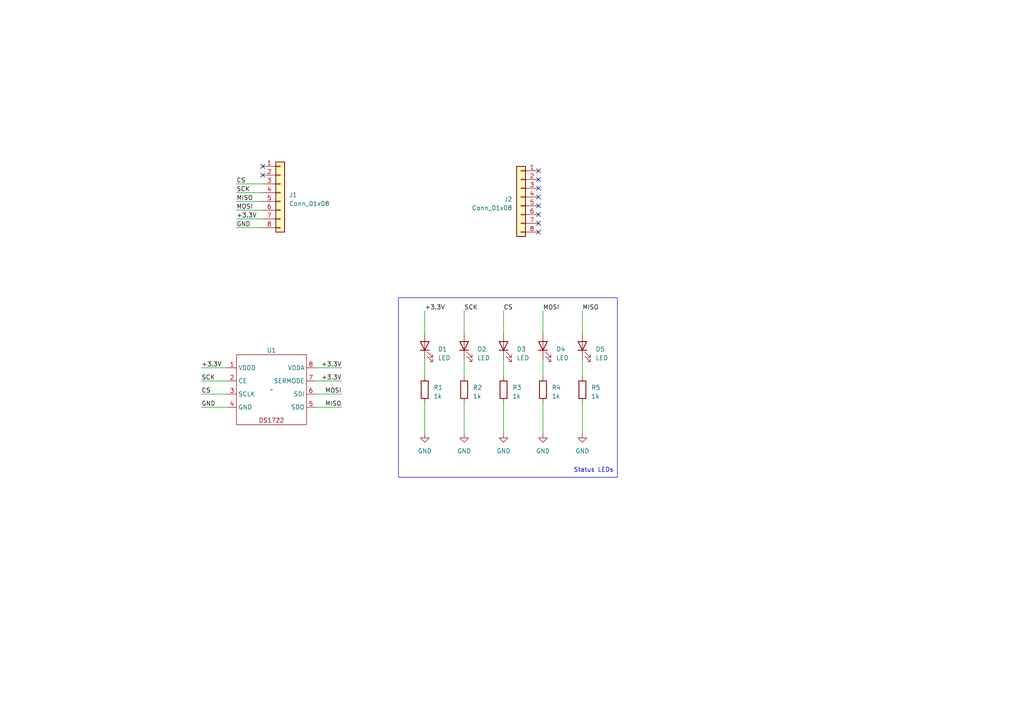
<source format=kicad_sch>
(kicad_sch (version 20230121) (generator eeschema)
  (paper "A4")
  (lib_symbols
    (symbol "Connector_Generic:Conn_01x08" (pin_names (offset 1.016) hide)
      (property "Reference" "J" (at 0 10.16 0))
      (property "Value" "Conn_01x08" (at 0 -12.7 0))
      (symbol "Conn_01x08_1_1"
        (rectangle (start -1.27 -10.033) (end 0 -10.287) (stroke (width 0.1524)))
        (rectangle (start -1.27 -7.493) (end 0 -7.747) (stroke (width 0.1524)))
        (rectangle (start -1.27 -4.953) (end 0 -5.207) (stroke (width 0.1524)))
        (rectangle (start -1.27 -2.413) (end 0 -2.667) (stroke (width 0.1524)))
        (rectangle (start -1.27 0.127) (end 0 -0.127) (stroke (width 0.1524)))
        (rectangle (start -1.27 2.667) (end 0 2.413) (stroke (width 0.1524)))
        (rectangle (start -1.27 5.207) (end 0 4.953) (stroke (width 0.1524)))
        (rectangle (start -1.27 7.747) (end 0 7.493) (stroke (width 0.1524)))
        (rectangle (start -1.27 8.89) (end 1.27 -11.43) (stroke (width 0.254)) (fill (type background)))
        (pin passive line (at -5.08 7.62 0) (length 3.81) (name "Pin_1") (number "1"))
        (pin passive line (at -5.08 5.08 0) (length 3.81) (name "Pin_2") (number "2"))
        (pin passive line (at -5.08 2.54 0) (length 3.81) (name "Pin_3") (number "3"))
        (pin passive line (at -5.08 0 0) (length 3.81) (name "Pin_4") (number "4"))
        (pin passive line (at -5.08 -2.54 0) (length 3.81) (name "Pin_5") (number "5"))
        (pin passive line (at -5.08 -5.08 0) (length 3.81) (name "Pin_6") (number "6"))
        (pin passive line (at -5.08 -7.62 0) (length 3.81) (name "Pin_7") (number "7"))
        (pin passive line (at -5.08 -10.16 0) (length 3.81) (name "Pin_8") (number "8"))
      )
    )
    (symbol "DS1722:DS1722"
      (property "Reference" "U" (at -8.89 11.43 0))
      (symbol "DS1722_0_1"
        (rectangle (start -10.16 10.16) (end 10.16 -10.16))
      )
      (symbol "DS1722_1_1"
        (text "DS1722\n" (at 0 -8.89 0) (effects (font (size 1.27 1.27))))
        (pin input line (at -12.7 6.35 0) (length 2.54) (name "VDDD") (number "1"))
        (pin input line (at -12.7 2.54 0) (length 2.54) (name "CE") (number "2"))
        (pin input line (at -12.7 -1.27 0) (length 2.54) (name "SCLK") (number "3"))
        (pin input line (at -12.7 -5.08 0) (length 2.54) (name "GND") (number "4"))
        (pin input line (at 12.7 -5.08 180) (length 2.54) (name "SDO") (number "5"))
        (pin input line (at 12.7 -1.27 180) (length 2.54) (name "SDI") (number "6"))
        (pin input line (at 12.7 2.54 180) (length 2.54) (name "SERMODE") (number "7"))
        (pin input line (at 12.7 6.35 180) (length 2.54) (name "VDDA") (number "8"))
      )
    )
    (symbol "Device:LED" (pin_numbers hide) (pin_names (offset 1.016) hide)
      (property "Reference" "D" (at 0 2.54 0))
      (property "Value" "LED" (at 0 -2.54 0))
      (symbol "LED_0_1"
        (polyline (pts (xy -1.27 -1.27) (xy -1.27 1.27)) (stroke (width 0.254)))
        (polyline (pts (xy -1.27 0) (xy 1.27 0)))
        (polyline (pts (xy 1.27 -1.27) (xy 1.27 1.27) (xy -1.27 0) (xy 1.27 -1.27)) (stroke (width 0.254)))
        (polyline (pts (xy -3.048 -0.762) (xy -4.572 -2.286) (xy -3.81 -2.286) (xy -4.572 -2.286) (xy -4.572 -1.524)))
        (polyline (pts (xy -1.778 -0.762) (xy -3.302 -2.286) (xy -2.54 -2.286) (xy -3.302 -2.286) (xy -3.302 -1.524)))
      )
      (symbol "LED_1_1"
        (pin passive line (at -3.81 0 0) (length 2.54) (name "K") (number "1"))
        (pin passive line (at 3.81 0 180) (length 2.54) (name "A") (number "2"))
      )
    )
    (symbol "Device:R" (pin_numbers hide) (pin_names (offset 0))
      (property "Reference" "R" (at 2.032 0 90))
      (property "Value" "R" (at 0 0 90))
      (symbol "R_0_1"
        (rectangle (start -1.016 -2.54) (end 1.016 2.54) (stroke (width 0.254)))
      )
      (symbol "R_1_1"
        (pin passive line (at 0 3.81 270) (length 1.27) (name "~") (number "1"))
        (pin passive line (at 0 -3.81 90) (length 1.27) (name "~") (number "2"))
      )
    )
    (symbol "power:GND" (power) (pin_names (offset 0))
      (property "Value" "GND" (at 0 -3.81 0))
      (symbol "GND_0_1"
        (polyline (pts (xy 0 0) (xy 0 -1.27) (xy 1.27 -1.27) (xy 0 -2.54) (xy -1.27 -1.27) (xy 0 -1.27)))
      )
      (symbol "GND_1_1"
        (pin power_in line (at 0 0 270) (length 0) hide (name "GND") (number "1"))
      )
    )
  )
  (no_connect (at 156.21 64.77))
  (no_connect (at 156.21 62.23))
  (no_connect (at 156.21 57.15))
  (no_connect (at 156.21 67.31))
  (no_connect (at 156.21 54.61))
  (no_connect (at 156.21 59.69))
  (no_connect (at 156.21 52.07))
  (no_connect (at 76.2 50.8))
  (no_connect (at 76.2 48.26))
  (no_connect (at 156.21 49.53))
  (wire (pts (xy 91.44 110.49) (xy 99.06 110.49)))
  (wire (pts (xy 58.42 118.11) (xy 66.04 118.11)))
  (wire (pts (xy 168.91 104.14) (xy 168.91 109.22)))
  (wire (pts (xy 168.91 90.17) (xy 168.91 96.52)))
  (wire (pts (xy 68.58 53.34) (xy 76.2 53.34)))
  (wire (pts (xy 68.58 58.42) (xy 76.2 58.42)))
  (wire (pts (xy 68.58 63.5) (xy 76.2 63.5)))
  (wire (pts (xy 68.58 60.96) (xy 76.2 60.96)))
  (wire (pts (xy 68.58 55.88) (xy 76.2 55.88)))
  (wire (pts (xy 146.05 116.84) (xy 146.05 125.73)))
  (wire (pts (xy 134.62 90.17) (xy 134.62 96.52)))
  (wire (pts (xy 157.48 104.14) (xy 157.48 109.22)))
  (wire (pts (xy 134.62 116.84) (xy 134.62 125.73)))
  (wire (pts (xy 123.19 104.14) (xy 123.19 109.22)))
  (wire (pts (xy 91.44 114.3) (xy 99.06 114.3)))
  (wire (pts (xy 58.42 110.49) (xy 66.04 110.49)))
  (wire (pts (xy 157.48 90.17) (xy 157.48 96.52)))
  (wire (pts (xy 68.58 66.04) (xy 76.2 66.04)))
  (wire (pts (xy 123.19 90.17) (xy 123.19 96.52)))
  (wire (pts (xy 58.42 106.68) (xy 66.04 106.68)))
  (wire (pts (xy 168.91 116.84) (xy 168.91 125.73)))
  (wire (pts (xy 134.62 104.14) (xy 134.62 109.22)))
  (wire (pts (xy 91.44 106.68) (xy 99.06 106.68)))
  (wire (pts (xy 91.44 118.11) (xy 99.06 118.11)))
  (wire (pts (xy 123.19 116.84) (xy 123.19 125.73)))
  (wire (pts (xy 146.05 90.17) (xy 146.05 96.52)))
  (wire (pts (xy 146.05 104.14) (xy 146.05 109.22)))
  (wire (pts (xy 58.42 114.3) (xy 66.04 114.3)))
  (wire (pts (xy 157.48 116.84) (xy 157.48 125.73)))
  (rectangle (start 115.57 86.36) (end 179.07 138.43))
  (text "Status LEDs" (at 166.37 137.16 0) (effects (font (size 1.27 1.27)) (justify left bottom)))
  (label "SCK" (at 58.42 110.49 0))
  (label "CS" (at 58.42 114.3 0))
  (label "+3.3V" (at 99.06 110.49 180))
  (label "SCK" (at 68.58 55.88 0))
  (label "GND" (at 68.58 66.04 0))
  (label "MOSI" (at 68.58 60.96 0))
  (label "MOSI" (at 157.48 90.17 0))
  (label "+3.3V" (at 99.06 106.68 180))
  (label "MOSI" (at 99.06 114.3 180))
  (label "MISO" (at 168.91 90.17 0))
  (label "MISO" (at 68.58 58.42 0))
  (label "GND" (at 58.42 118.11 0))
  (label "SCK" (at 134.62 90.17 0))
  (label "+3.3V" (at 58.42 106.68 0))
  (label "MISO" (at 99.06 118.11 180))
  (label "CS" (at 68.58 53.34 0))
  (label "+3.3V" (at 123.19 90.17 0))
  (label "+3.3V" (at 68.58 63.5 0))
  (label "CS" (at 146.05 90.17 0))
  (symbol (lib_id "Device:R") (at 146.05 113.03 0) (unit 1)
    (property "Reference" "R3" (at 148.59 112.395 0) (effects (justify left)))
    (property "Value" "1k" (at 148.59 114.935 0) (effects (justify left)))
  )
  (symbol (lib_id "Device:R") (at 157.48 113.03 0) (unit 1)
    (property "Reference" "R4" (at 160.02 112.395 0) (effects (justify left)))
    (property "Value" "1k" (at 160.02 114.935 0) (effects (justify left)))
  )
  (symbol (lib_id "Device:R") (at 134.62 113.03 0) (unit 1)
    (property "Reference" "R2" (at 137.16 112.395 0) (effects (justify left)))
    (property "Value" "1k" (at 137.16 114.935 0) (effects (justify left)))
  )
  (symbol (lib_id "Device:LED") (at 123.19 100.33 90) (unit 1)
    (property "Reference" "D1" (at 127 101.2825 90) (effects (justify right)))
    (property "Value" "LED" (at 127 103.8225 90) (effects (justify right)))
  )
  (symbol (lib_id "Device:R") (at 168.91 113.03 0) (unit 1)
    (property "Reference" "R5" (at 171.45 112.395 0) (effects (justify left)))
    (property "Value" "1k" (at 171.45 114.935 0) (effects (justify left)))
  )
  (symbol (lib_id "Device:R") (at 123.19 113.03 0) (unit 1)
    (property "Reference" "R1" (at 125.73 112.395 0) (effects (justify left)))
    (property "Value" "1k" (at 125.73 114.935 0) (effects (justify left)))
  )
  (symbol (lib_id "power:GND") (at 146.05 125.73 0) (unit 1)
    (property "Reference" "#PWR03" (effects hide))
    (property "Value" "GND" (at 146.05 130.81 0))
  )
  (symbol (lib_id "Connector_Generic:Conn_01x08") (at 151.13 57.15 0) (mirror y) (unit 1)
    (property "Reference" "J2" (at 148.59 57.785 0) (effects (justify left)))
    (property "Value" "Conn_01x08" (at 148.59 60.325 0) (effects (justify left)))
  )
  (symbol (lib_id "Device:LED") (at 146.05 100.33 90) (unit 1)
    (property "Reference" "D3" (at 149.86 101.2825 90) (effects (justify right)))
    (property "Value" "LED" (at 149.86 103.8225 90) (effects (justify right)))
  )
  (symbol (lib_id "power:GND") (at 168.91 125.73 0) (unit 1)
    (property "Reference" "#PWR05" (effects hide))
    (property "Value" "GND" (at 168.91 130.81 0))
  )
  (symbol (lib_id "Device:LED") (at 134.62 100.33 90) (unit 1)
    (property "Reference" "D2" (at 138.43 101.2825 90) (effects (justify right)))
    (property "Value" "LED" (at 138.43 103.8225 90) (effects (justify right)))
  )
  (symbol (lib_id "Device:LED") (at 157.48 100.33 90) (unit 1)
    (property "Reference" "D4" (at 161.29 101.2825 90) (effects (justify right)))
    (property "Value" "LED" (at 161.29 103.8225 90) (effects (justify right)))
  )
  (symbol (lib_id "Device:LED") (at 168.91 100.33 90) (unit 1)
    (property "Reference" "D5" (at 172.72 101.2825 90) (effects (justify right)))
    (property "Value" "LED" (at 172.72 103.8225 90) (effects (justify right)))
  )
  (symbol (lib_id "power:GND") (at 123.19 125.73 0) (unit 1)
    (property "Reference" "#PWR01" (effects hide))
    (property "Value" "GND" (at 123.19 130.81 0))
  )
  (symbol (lib_id "DS1722:DS1722") (at 78.74 113.03 0) (unit 1)
    (property "Reference" "U1" (at 78.74 101.6 0))
    (property "Value" "~" (at 78.74 113.03 0))
  )
  (symbol (lib_id "power:GND") (at 157.48 125.73 0) (unit 1)
    (property "Reference" "#PWR04" (effects hide))
    (property "Value" "GND" (at 157.48 130.81 0))
  )
  (symbol (lib_id "Connector_Generic:Conn_01x08") (at 81.28 55.88 0) (unit 1)
    (property "Reference" "J1" (at 83.82 56.515 0) (effects (justify left)))
    (property "Value" "Conn_01x08" (at 83.82 59.055 0) (effects (justify left)))
  )
  (symbol (lib_id "power:GND") (at 134.62 125.73 0) (unit 1)
    (property "Reference" "#PWR02" (effects hide))
    (property "Value" "GND" (at 134.62 130.81 0))
  )
)
</source>
